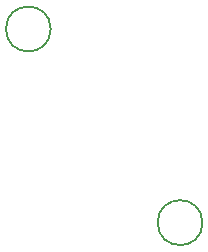
<source format=gbr>
G04 #@! TF.GenerationSoftware,KiCad,Pcbnew,9.0.4*
G04 #@! TF.CreationDate,2025-10-13T14:39:45-04:00*
G04 #@! TF.ProjectId,bldc motor controller,626c6463-206d-46f7-946f-7220636f6e74,rev?*
G04 #@! TF.SameCoordinates,Original*
G04 #@! TF.FileFunction,Other,Comment*
%FSLAX46Y46*%
G04 Gerber Fmt 4.6, Leading zero omitted, Abs format (unit mm)*
G04 Created by KiCad (PCBNEW 9.0.4) date 2025-10-13 14:39:45*
%MOMM*%
%LPD*%
G01*
G04 APERTURE LIST*
%ADD10C,0.150000*%
G04 APERTURE END LIST*
D10*
G04 #@! TO.C,M2*
X137900000Y-79900000D02*
G75*
G02*
X134100000Y-79900000I-1900000J0D01*
G01*
X134100000Y-79900000D02*
G75*
G02*
X137900000Y-79900000I1900000J0D01*
G01*
X150750000Y-96300000D02*
G75*
G02*
X146950000Y-96300000I-1900000J0D01*
G01*
X146950000Y-96300000D02*
G75*
G02*
X150750000Y-96300000I1900000J0D01*
G01*
G04 #@! TD*
M02*

</source>
